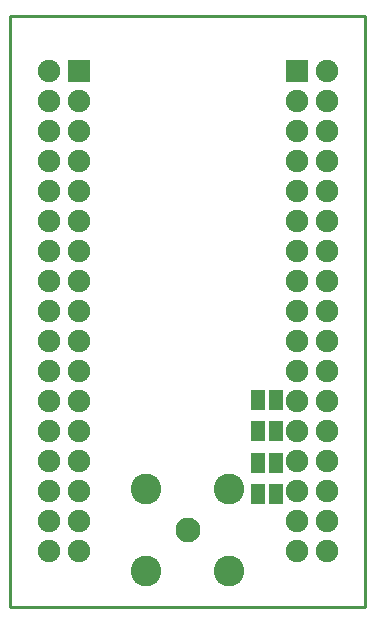
<source format=gbr>
G04 #@! TF.FileFunction,Soldermask,Bot*
%FSLAX46Y46*%
G04 Gerber Fmt 4.6, Leading zero omitted, Abs format (unit mm)*
G04 Created by KiCad (PCBNEW 4.0.1-3.201512221401+6198~38~ubuntu15.10.1-stable) date Thu 31 Mar 2016 12:50:45 PM EEST*
%MOMM*%
G01*
G04 APERTURE LIST*
%ADD10C,0.100000*%
%ADD11C,0.254000*%
%ADD12R,1.270000X1.701800*%
%ADD13R,1.851600X1.851600*%
%ADD14C,1.901600*%
%ADD15C,2.601600*%
%ADD16C,2.101600*%
G04 APERTURE END LIST*
D10*
D11*
X125000000Y-120000000D02*
X125000000Y-70000000D01*
X155000000Y-120000000D02*
X125000000Y-120000000D01*
X155000000Y-70000000D02*
X155000000Y-120000000D01*
X125000000Y-70000000D02*
X155000000Y-70000000D01*
D12*
X145923000Y-102489000D03*
X145923000Y-102489000D03*
X147447000Y-102489000D03*
X145923000Y-105156000D03*
X145923000Y-105156000D03*
X147447000Y-105156000D03*
X145923000Y-107823000D03*
X145923000Y-107823000D03*
X147447000Y-107823000D03*
X145923000Y-110490000D03*
X145923000Y-110490000D03*
X147447000Y-110490000D03*
D13*
X130810000Y-74676000D03*
D14*
X128270000Y-74676000D03*
X130810000Y-77216000D03*
X128270000Y-77216000D03*
X130810000Y-79756000D03*
X128270000Y-79756000D03*
X130810000Y-82296000D03*
X128270000Y-82296000D03*
X130810000Y-84836000D03*
X128270000Y-84836000D03*
X128270000Y-87376000D03*
X130810000Y-87376000D03*
X128270000Y-89916000D03*
X130810000Y-89916000D03*
X128270000Y-92456000D03*
X130810000Y-92456000D03*
X128270000Y-94996000D03*
X130810000Y-94996000D03*
X128270000Y-97536000D03*
X130810000Y-97536000D03*
X128270000Y-105156000D03*
X130810000Y-105156000D03*
X128270000Y-115316000D03*
X130810000Y-112776000D03*
X128270000Y-112776000D03*
X130810000Y-115316000D03*
X130810000Y-110236000D03*
X128270000Y-107696000D03*
X128270000Y-110236000D03*
X130810000Y-107696000D03*
X128270000Y-100076000D03*
X128270000Y-102616000D03*
X130810000Y-102616000D03*
X130810000Y-100076000D03*
D13*
X149225000Y-74676000D03*
D14*
X151765000Y-74676000D03*
X149225000Y-77216000D03*
X151765000Y-77216000D03*
X149225000Y-79756000D03*
X151765000Y-79756000D03*
X149225000Y-82296000D03*
X151765000Y-82296000D03*
X149225000Y-84836000D03*
X151765000Y-84836000D03*
X151765000Y-87376000D03*
X149225000Y-87376000D03*
X151765000Y-89916000D03*
X149225000Y-89916000D03*
X151765000Y-92456000D03*
X149225000Y-92456000D03*
X151765000Y-94996000D03*
X149225000Y-94996000D03*
X151765000Y-97536000D03*
X149225000Y-97536000D03*
X151765000Y-105156000D03*
X149225000Y-105156000D03*
X151765000Y-115316000D03*
X149225000Y-112776000D03*
X151765000Y-112776000D03*
X149225000Y-115316000D03*
X149225000Y-110236000D03*
X151765000Y-107696000D03*
X151765000Y-110236000D03*
X149225000Y-107696000D03*
X151765000Y-100076000D03*
X151765000Y-102616000D03*
X149225000Y-102616000D03*
X149225000Y-100076000D03*
D15*
X136500000Y-117000000D03*
X136500000Y-110000000D03*
X143500000Y-110000000D03*
D16*
X140000000Y-113500000D03*
D15*
X143500000Y-117000000D03*
M02*

</source>
